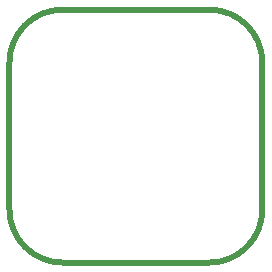
<source format=gbr>
%TF.GenerationSoftware,KiCad,Pcbnew,9.0.7*%
%TF.CreationDate,2026-01-26T10:07:13+01:00*%
%TF.ProjectId,Dice,44696365-2e6b-4696-9361-645f70636258,rev?*%
%TF.SameCoordinates,Original*%
%TF.FileFunction,Legend,Top*%
%TF.FilePolarity,Positive*%
%FSLAX46Y46*%
G04 Gerber Fmt 4.6, Leading zero omitted, Abs format (unit mm)*
G04 Created by KiCad (PCBNEW 9.0.7) date 2026-01-26 10:07:13*
%MOMM*%
%LPD*%
G01*
G04 APERTURE LIST*
%ADD10C,0.500000*%
G04 APERTURE END LIST*
D10*
X164000000Y-104818019D02*
X151581981Y-104818019D01*
X147081981Y-87900000D02*
G75*
G02*
X151581981Y-83399981I4500019J0D01*
G01*
X151581981Y-104818019D02*
G75*
G02*
X147081981Y-100318019I19J4500019D01*
G01*
X168500000Y-100318019D02*
G75*
G02*
X164000000Y-104818000I-4500000J19D01*
G01*
X168500000Y-87900000D02*
X168500000Y-100318019D01*
X151581981Y-83400000D02*
X164000000Y-83400000D01*
X147081981Y-100318019D02*
X147081981Y-87900000D01*
X164000000Y-83400000D02*
G75*
G02*
X168500000Y-87900000I0J-4500000D01*
G01*
M02*

</source>
